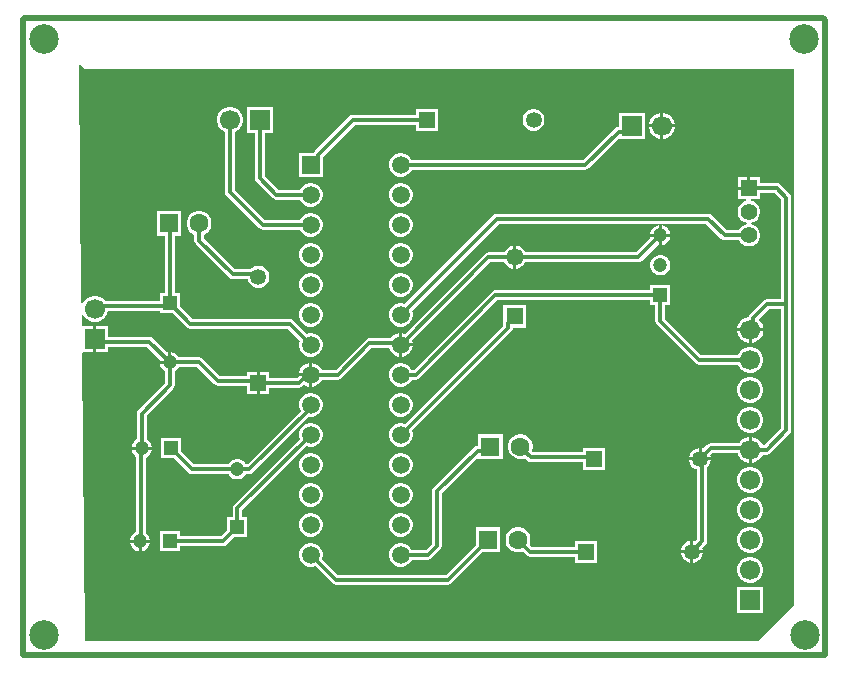
<source format=gtl>
G04*
G04 #@! TF.GenerationSoftware,Altium Limited,Altium Designer,22.9.1 (49)*
G04*
G04 Layer_Physical_Order=1*
G04 Layer_Color=255*
%FSLAX44Y44*%
%MOMM*%
G71*
G04*
G04 #@! TF.SameCoordinates,8BA292B5-A8A8-46AB-8795-62B0E452CD41*
G04*
G04*
G04 #@! TF.FilePolarity,Positive*
G04*
G01*
G75*
%ADD15C,1.7000*%
%ADD16R,1.7000X1.7000*%
%ADD24C,1.3900*%
%ADD25R,1.3900X1.3900*%
%ADD28C,1.2000*%
%ADD29R,1.2000X1.2000*%
%ADD31R,1.2000X1.2000*%
%ADD32C,1.4500*%
%ADD33R,1.4500X1.4500*%
%ADD37C,0.5000*%
%ADD38C,0.3200*%
%ADD39C,0.3000*%
%ADD40R,1.6000X1.6000*%
%ADD41C,1.6000*%
%ADD42R,1.3500X1.3500*%
%ADD43C,1.3500*%
%ADD44R,1.7000X1.7000*%
%ADD45C,1.5000*%
%ADD46R,1.5000X1.5000*%
%ADD47R,1.3500X1.3500*%
%ADD48C,2.5000*%
G36*
X55000Y500000D02*
X655000D01*
Y45000D01*
X625000Y15000D01*
X55000D01*
X52507Y259277D01*
X53401Y260180D01*
X62190D01*
Y271220D01*
Y282260D01*
X52420D01*
Y282260D01*
X52273Y282259D01*
X52177Y291622D01*
X53444Y291968D01*
X54658Y289866D01*
X56706Y287818D01*
X59214Y286370D01*
X62012Y285620D01*
X64908D01*
X67706Y286370D01*
X70214Y287818D01*
X72262Y289866D01*
X73710Y292374D01*
X74408Y294980D01*
X118460D01*
Y292800D01*
X129548D01*
X141384Y280964D01*
X142740Y280058D01*
X144340Y279740D01*
X226828D01*
X236926Y269642D01*
X236340Y267456D01*
Y264823D01*
X237022Y262280D01*
X238338Y260000D01*
X240200Y258138D01*
X242480Y256821D01*
X245023Y256140D01*
X247656D01*
X250200Y256821D01*
X252480Y258138D01*
X254342Y260000D01*
X255658Y262280D01*
X256340Y264823D01*
Y267456D01*
X255658Y270000D01*
X254342Y272280D01*
X252480Y274142D01*
X250200Y275459D01*
X247656Y276140D01*
X245023D01*
X242838Y275554D01*
X231516Y286876D01*
X230160Y287782D01*
X228560Y288100D01*
X146072D01*
X135460Y298712D01*
Y309800D01*
X131140D01*
Y358500D01*
X136800D01*
Y379500D01*
X115800D01*
Y358500D01*
X122780D01*
Y309800D01*
X118460D01*
Y303340D01*
X72282D01*
X72262Y303374D01*
X70214Y305422D01*
X67706Y306870D01*
X64908Y307620D01*
X62012D01*
X59214Y306870D01*
X56706Y305422D01*
X54658Y303374D01*
X53351Y301110D01*
X52268Y301243D01*
X52078Y301319D01*
X50017Y503320D01*
X51188Y503812D01*
X55000Y500000D01*
D02*
G37*
%LPC*%
G36*
X354100Y465890D02*
X335600D01*
Y460718D01*
X281900D01*
X281900Y460718D01*
X280339Y460408D01*
X279016Y459524D01*
X249456Y429964D01*
X248572Y428641D01*
X248552Y428540D01*
X236340D01*
Y408540D01*
X256340D01*
Y424146D01*
X256418Y424540D01*
X256418Y424540D01*
Y425391D01*
X283589Y452562D01*
X335600D01*
Y447390D01*
X354100D01*
Y465890D01*
D02*
G37*
G36*
X544973Y462600D02*
X544790D01*
Y452830D01*
X554560D01*
Y453013D01*
X553808Y455821D01*
X552354Y458339D01*
X550299Y460394D01*
X547781Y461848D01*
X544973Y462600D01*
D02*
G37*
G36*
X542250D02*
X542067D01*
X539259Y461848D01*
X536741Y460394D01*
X534686Y458339D01*
X533232Y455821D01*
X532480Y453013D01*
Y452830D01*
X542250D01*
Y462600D01*
D02*
G37*
G36*
X436068Y465890D02*
X433632D01*
X431280Y465260D01*
X429170Y464042D01*
X427448Y462320D01*
X426231Y460210D01*
X425600Y457858D01*
Y455422D01*
X426231Y453070D01*
X427448Y450960D01*
X429170Y449238D01*
X431280Y448020D01*
X433632Y447390D01*
X436068D01*
X438420Y448020D01*
X440530Y449238D01*
X442252Y450960D01*
X443470Y453070D01*
X444100Y455422D01*
Y457858D01*
X443470Y460210D01*
X442252Y462320D01*
X440530Y464042D01*
X438420Y465260D01*
X436068Y465890D01*
D02*
G37*
G36*
X554560Y450290D02*
X544790D01*
Y440520D01*
X544973D01*
X547781Y441272D01*
X550299Y442726D01*
X552354Y444781D01*
X553808Y447299D01*
X554560Y450107D01*
Y450290D01*
D02*
G37*
G36*
X542250D02*
X532480D01*
Y450107D01*
X533232Y447299D01*
X534686Y444781D01*
X536741Y442726D01*
X539259Y441272D01*
X542067Y440520D01*
X542250D01*
Y450290D01*
D02*
G37*
G36*
X529120Y462560D02*
X507120D01*
Y451990D01*
X506877Y450746D01*
X505317Y450435D01*
X503993Y449551D01*
X503993Y449551D01*
X477061Y422618D01*
X331732D01*
X330542Y424680D01*
X328680Y426542D01*
X326400Y427859D01*
X323857Y428540D01*
X321223D01*
X318680Y427859D01*
X316400Y426542D01*
X314538Y424680D01*
X313221Y422400D01*
X312540Y419856D01*
Y417224D01*
X313221Y414680D01*
X314538Y412400D01*
X316400Y410538D01*
X318680Y409221D01*
X321223Y408540D01*
X323857D01*
X326400Y409221D01*
X328680Y410538D01*
X330542Y412400D01*
X331732Y414462D01*
X478750D01*
X478750Y414462D01*
X480311Y414772D01*
X481634Y415656D01*
X506039Y440062D01*
X507120Y440560D01*
Y440560D01*
X507120Y440560D01*
X529120D01*
Y462560D01*
D02*
G37*
G36*
X615910Y408340D02*
X607690D01*
Y400120D01*
X615910D01*
Y408340D01*
D02*
G37*
G36*
X323857Y403140D02*
X321223D01*
X318680Y402458D01*
X316400Y401142D01*
X314538Y399280D01*
X313221Y397000D01*
X312540Y394456D01*
Y391824D01*
X313221Y389280D01*
X314538Y387000D01*
X316400Y385138D01*
X318680Y383821D01*
X321223Y383140D01*
X323857D01*
X326400Y383821D01*
X328680Y385138D01*
X330542Y387000D01*
X331858Y389280D01*
X332540Y391824D01*
Y394456D01*
X331858Y397000D01*
X330542Y399280D01*
X328680Y401142D01*
X326400Y402458D01*
X323857Y403140D01*
D02*
G37*
G36*
X214160Y467640D02*
X192160D01*
Y445640D01*
X199082D01*
Y407110D01*
X199082Y407110D01*
X199392Y405549D01*
X200276Y404226D01*
X214246Y390256D01*
X214246Y390256D01*
X215569Y389372D01*
X217130Y389062D01*
X237148D01*
X238338Y387000D01*
X240200Y385138D01*
X242480Y383821D01*
X245023Y383140D01*
X247656D01*
X250200Y383821D01*
X252480Y385138D01*
X254342Y387000D01*
X255658Y389280D01*
X256340Y391824D01*
Y394456D01*
X255658Y397000D01*
X254342Y399280D01*
X252480Y401142D01*
X250200Y402458D01*
X247656Y403140D01*
X245023D01*
X242480Y402458D01*
X240200Y401142D01*
X238338Y399280D01*
X237148Y397218D01*
X218819D01*
X207238Y408799D01*
Y445640D01*
X214160D01*
Y467640D01*
D02*
G37*
G36*
X543570Y367351D02*
Y360120D01*
X550801D01*
X550258Y362146D01*
X549133Y364094D01*
X547543Y365684D01*
X545596Y366808D01*
X543570Y367351D01*
D02*
G37*
G36*
X541030D02*
X539003Y366808D01*
X537056Y365684D01*
X535466Y364094D01*
X534342Y362146D01*
X533799Y360120D01*
X541030D01*
Y367351D01*
D02*
G37*
G36*
X323857Y377740D02*
X321223D01*
X318680Y377058D01*
X316400Y375742D01*
X314538Y373880D01*
X313221Y371600D01*
X312540Y369057D01*
Y366423D01*
X313221Y363880D01*
X314538Y361600D01*
X316400Y359738D01*
X318680Y358422D01*
X321223Y357740D01*
X323857D01*
X326400Y358422D01*
X328680Y359738D01*
X330542Y361600D01*
X331858Y363880D01*
X332540Y366423D01*
Y369057D01*
X331858Y371600D01*
X330542Y373880D01*
X328680Y375742D01*
X326400Y377058D01*
X323857Y377740D01*
D02*
G37*
G36*
X179208Y467640D02*
X176312D01*
X173514Y466890D01*
X171006Y465442D01*
X168958Y463394D01*
X167510Y460886D01*
X166760Y458088D01*
Y455192D01*
X167510Y452394D01*
X168958Y449886D01*
X171006Y447838D01*
X173514Y446390D01*
X173682Y446345D01*
Y395680D01*
X173682Y395680D01*
X173992Y394119D01*
X174876Y392796D01*
X202816Y364856D01*
X204139Y363972D01*
X205700Y363662D01*
X205700Y363662D01*
X237148D01*
X238338Y361600D01*
X240200Y359738D01*
X242480Y358422D01*
X245023Y357740D01*
X247656D01*
X250200Y358422D01*
X252480Y359738D01*
X254342Y361600D01*
X255658Y363880D01*
X256340Y366423D01*
Y369057D01*
X255658Y371600D01*
X254342Y373880D01*
X252480Y375742D01*
X250200Y377058D01*
X247656Y377740D01*
X245023D01*
X242480Y377058D01*
X240200Y375742D01*
X238338Y373880D01*
X237148Y371818D01*
X207389D01*
X181838Y397369D01*
Y446345D01*
X182006Y446390D01*
X184514Y447838D01*
X186562Y449886D01*
X188010Y452394D01*
X188760Y455192D01*
Y458088D01*
X188010Y460886D01*
X186562Y463394D01*
X184514Y465442D01*
X182006Y466890D01*
X179208Y467640D01*
D02*
G37*
G36*
X550801Y357580D02*
X543570D01*
Y350349D01*
X545596Y350892D01*
X547543Y352016D01*
X549133Y353606D01*
X550258Y355554D01*
X550801Y357580D01*
D02*
G37*
G36*
X541030D02*
X533799D01*
X534078Y356540D01*
X521988Y344450D01*
X427951D01*
X426894Y346281D01*
X425071Y348104D01*
X422839Y349393D01*
X420349Y350060D01*
X420330D01*
Y340270D01*
Y330480D01*
X420349D01*
X422839Y331147D01*
X425071Y332436D01*
X426894Y334259D01*
X427951Y336090D01*
X523720D01*
X525319Y336408D01*
X526676Y337314D01*
X539989Y350628D01*
X541030Y350349D01*
Y357580D01*
D02*
G37*
G36*
X323857Y352340D02*
X321223D01*
X318680Y351659D01*
X316400Y350342D01*
X314538Y348480D01*
X313221Y346200D01*
X312540Y343657D01*
Y341023D01*
X313221Y338480D01*
X314538Y336200D01*
X316400Y334338D01*
X318680Y333022D01*
X321223Y332340D01*
X323857D01*
X326400Y333022D01*
X328680Y334338D01*
X330542Y336200D01*
X331858Y338480D01*
X332540Y341023D01*
Y343657D01*
X331858Y346200D01*
X330542Y348480D01*
X328680Y350342D01*
X326400Y351659D01*
X323857Y352340D01*
D02*
G37*
G36*
X247656D02*
X245023D01*
X242480Y351659D01*
X240200Y350342D01*
X238338Y348480D01*
X237022Y346200D01*
X236340Y343657D01*
Y341023D01*
X237022Y338480D01*
X238338Y336200D01*
X240200Y334338D01*
X242480Y333022D01*
X245023Y332340D01*
X247656D01*
X250200Y333022D01*
X252480Y334338D01*
X254342Y336200D01*
X255658Y338480D01*
X256340Y341023D01*
Y343657D01*
X255658Y346200D01*
X254342Y348480D01*
X252480Y350342D01*
X250200Y351659D01*
X247656Y352340D01*
D02*
G37*
G36*
X417790Y350060D02*
X417771D01*
X415281Y349393D01*
X413049Y348104D01*
X411226Y346281D01*
X410169Y344450D01*
X396670D01*
X395070Y344132D01*
X393714Y343226D01*
X326075Y275587D01*
X323862Y276180D01*
X323810D01*
Y267410D01*
X332580D01*
Y267462D01*
X331987Y269675D01*
X398401Y336090D01*
X410169D01*
X411226Y334259D01*
X413049Y332436D01*
X415281Y331147D01*
X417771Y330480D01*
X417790D01*
Y340270D01*
Y350060D01*
D02*
G37*
G36*
X543419Y341950D02*
X541181D01*
X539019Y341371D01*
X537081Y340252D01*
X535498Y338669D01*
X534379Y336731D01*
X533800Y334569D01*
Y332331D01*
X534379Y330169D01*
X535498Y328231D01*
X537081Y326648D01*
X539019Y325529D01*
X541181Y324950D01*
X543419D01*
X545581Y325529D01*
X547519Y326648D01*
X549101Y328231D01*
X550220Y330169D01*
X550800Y332331D01*
Y334569D01*
X550220Y336731D01*
X549101Y338669D01*
X547519Y340252D01*
X545581Y341371D01*
X543419Y341950D01*
D02*
G37*
G36*
X153082Y379500D02*
X150318D01*
X147647Y378784D01*
X145253Y377402D01*
X143298Y375447D01*
X141916Y373053D01*
X141200Y370382D01*
Y367618D01*
X141916Y364947D01*
X143298Y362553D01*
X145253Y360598D01*
X147622Y359230D01*
Y354300D01*
X147622Y354300D01*
X147932Y352739D01*
X148816Y351416D01*
X177267Y322966D01*
X177267Y322965D01*
X178590Y322081D01*
X180151Y321771D01*
X192868D01*
X193270Y320270D01*
X194488Y318161D01*
X196210Y316438D01*
X198320Y315221D01*
X200672Y314590D01*
X203108D01*
X205460Y315221D01*
X207570Y316438D01*
X209292Y318161D01*
X210510Y320270D01*
X211140Y322622D01*
Y325058D01*
X210510Y327411D01*
X209292Y329520D01*
X207570Y331242D01*
X205460Y332460D01*
X203108Y333090D01*
X200672D01*
X198320Y332460D01*
X196210Y331242D01*
X194896Y329928D01*
X181840D01*
X155778Y355989D01*
Y359230D01*
X158147Y360598D01*
X160102Y362553D01*
X161484Y364947D01*
X162200Y367618D01*
Y370382D01*
X161484Y373053D01*
X160102Y375447D01*
X158147Y377402D01*
X155753Y378784D01*
X153082Y379500D01*
D02*
G37*
G36*
X323857Y326940D02*
X321223D01*
X318680Y326259D01*
X316400Y324942D01*
X314538Y323080D01*
X313221Y320800D01*
X312540Y318256D01*
Y315623D01*
X313221Y313080D01*
X314538Y310800D01*
X316400Y308938D01*
X318680Y307621D01*
X321223Y306940D01*
X323857D01*
X326400Y307621D01*
X328680Y308938D01*
X330542Y310800D01*
X331858Y313080D01*
X332540Y315623D01*
Y318256D01*
X331858Y320800D01*
X330542Y323080D01*
X328680Y324942D01*
X326400Y326259D01*
X323857Y326940D01*
D02*
G37*
G36*
X247656D02*
X245023D01*
X242480Y326259D01*
X240200Y324942D01*
X238338Y323080D01*
X237022Y320800D01*
X236340Y318256D01*
Y315623D01*
X237022Y313080D01*
X238338Y310800D01*
X240200Y308938D01*
X242480Y307621D01*
X245023Y306940D01*
X247656D01*
X250200Y307621D01*
X252480Y308938D01*
X254342Y310800D01*
X255658Y313080D01*
X256340Y315623D01*
Y318256D01*
X255658Y320800D01*
X254342Y323080D01*
X252480Y324942D01*
X250200Y326259D01*
X247656Y326940D01*
D02*
G37*
G36*
Y301540D02*
X245023D01*
X242480Y300858D01*
X240200Y299542D01*
X238338Y297680D01*
X237022Y295400D01*
X236340Y292857D01*
Y290224D01*
X237022Y287680D01*
X238338Y285400D01*
X240200Y283538D01*
X242480Y282222D01*
X245023Y281540D01*
X247656D01*
X250200Y282222D01*
X252480Y283538D01*
X254342Y285400D01*
X255658Y287680D01*
X256340Y290224D01*
Y292857D01*
X255658Y295400D01*
X254342Y297680D01*
X252480Y299542D01*
X250200Y300858D01*
X247656Y301540D01*
D02*
G37*
G36*
X629490Y277570D02*
X619720D01*
Y267800D01*
X619903D01*
X622711Y268552D01*
X625229Y270006D01*
X627284Y272061D01*
X628738Y274579D01*
X629490Y277387D01*
Y277570D01*
D02*
G37*
G36*
X617180D02*
X607410D01*
Y277387D01*
X608162Y274579D01*
X609616Y272061D01*
X611671Y270006D01*
X614189Y268552D01*
X616997Y267800D01*
X617180D01*
Y277570D01*
D02*
G37*
G36*
X332580Y264870D02*
X323810D01*
Y256100D01*
X323862D01*
X326415Y256784D01*
X328705Y258106D01*
X330574Y259975D01*
X331896Y262265D01*
X332580Y264818D01*
Y264870D01*
D02*
G37*
G36*
X321270Y276180D02*
X321218D01*
X318665Y275496D01*
X316375Y274174D01*
X314506Y272305D01*
X314093Y271590D01*
X295870D01*
X294270Y271272D01*
X292914Y270366D01*
X267468Y244920D01*
X255520D01*
X254374Y246905D01*
X252505Y248774D01*
X250215Y250096D01*
X247662Y250780D01*
X247610D01*
Y240740D01*
Y230700D01*
X247662D01*
X250215Y231384D01*
X252505Y232706D01*
X254374Y234575D01*
X255520Y236560D01*
X269200D01*
X270800Y236878D01*
X272156Y237784D01*
X297602Y263230D01*
X312926D01*
X313184Y262265D01*
X314506Y259975D01*
X316375Y258106D01*
X318665Y256784D01*
X321218Y256100D01*
X321270D01*
Y266140D01*
Y276180D01*
D02*
G37*
G36*
X74500Y282260D02*
X64730D01*
Y271220D01*
Y260180D01*
X74500D01*
Y264500D01*
X107848D01*
X118738Y253610D01*
X118459Y252570D01*
X125690D01*
Y259801D01*
X124650Y259522D01*
X112536Y271636D01*
X111180Y272542D01*
X109580Y272860D01*
X74500D01*
Y282260D01*
D02*
G37*
G36*
X550800Y316550D02*
X533800D01*
Y312230D01*
X402550D01*
X400950Y311912D01*
X399594Y311006D01*
X333508Y244920D01*
X331674D01*
X330542Y246880D01*
X328680Y248742D01*
X326400Y250058D01*
X323857Y250740D01*
X321223D01*
X318680Y250058D01*
X316400Y248742D01*
X314538Y246880D01*
X313221Y244600D01*
X312540Y242057D01*
Y239424D01*
X313221Y236880D01*
X314538Y234600D01*
X316400Y232738D01*
X318680Y231422D01*
X321223Y230740D01*
X323857D01*
X326400Y231422D01*
X328680Y232738D01*
X330542Y234600D01*
X331674Y236560D01*
X335240D01*
X336840Y236878D01*
X338196Y237784D01*
X404282Y303870D01*
X533800D01*
Y299550D01*
X538120D01*
Y286410D01*
X538438Y284811D01*
X539344Y283454D01*
X572314Y250484D01*
X573670Y249578D01*
X575270Y249260D01*
X608182D01*
X608200Y249194D01*
X609648Y246686D01*
X611696Y244638D01*
X614204Y243190D01*
X617002Y242440D01*
X619898D01*
X622696Y243190D01*
X625204Y244638D01*
X627252Y246686D01*
X628700Y249194D01*
X629450Y251992D01*
Y254888D01*
X628700Y257686D01*
X627252Y260194D01*
X625204Y262242D01*
X622696Y263690D01*
X619898Y264440D01*
X617002D01*
X614204Y263690D01*
X611696Y262242D01*
X609648Y260194D01*
X608200Y257686D01*
X608182Y257620D01*
X577001D01*
X546480Y288142D01*
Y299550D01*
X550800D01*
Y316550D01*
D02*
G37*
G36*
X245070Y250780D02*
X245018D01*
X242465Y250096D01*
X240175Y248774D01*
X238306Y246905D01*
X236984Y244615D01*
X236300Y242062D01*
Y242010D01*
X245070D01*
Y250780D01*
D02*
G37*
G36*
X211180Y243130D02*
X203160D01*
Y233840D01*
Y224550D01*
X211180D01*
Y229660D01*
X236247D01*
X237847Y229978D01*
X239203Y230884D01*
X240714Y232395D01*
X242465Y231384D01*
X245018Y230700D01*
X245070D01*
Y239470D01*
X235965D01*
X234515Y238020D01*
X211180D01*
Y243130D01*
D02*
G37*
G36*
X128230Y259801D02*
Y251300D01*
X126960D01*
Y250030D01*
X118459D01*
X119002Y248004D01*
X120126Y246056D01*
X121716Y244466D01*
X122780Y243852D01*
Y233582D01*
X100074Y210876D01*
X99168Y209520D01*
X98850Y207920D01*
Y185958D01*
X97787Y185344D01*
X96196Y183754D01*
X95072Y181806D01*
X94529Y179780D01*
X103030D01*
X111531D01*
X110988Y181806D01*
X109864Y183754D01*
X108274Y185344D01*
X107211Y185958D01*
Y206189D01*
X129916Y228894D01*
X130822Y230250D01*
X131140Y231850D01*
Y243852D01*
X132204Y244466D01*
X133794Y246056D01*
X134408Y247120D01*
X150229D01*
X164644Y232704D01*
X166000Y231798D01*
X167600Y231480D01*
X192600D01*
Y224550D01*
X200620D01*
Y233840D01*
Y243130D01*
X192600D01*
Y239840D01*
X169331D01*
X154916Y254256D01*
X153560Y255162D01*
X151960Y255480D01*
X134408D01*
X133794Y256544D01*
X132204Y258134D01*
X130256Y259258D01*
X128230Y259801D01*
D02*
G37*
G36*
X619898Y239040D02*
X617002D01*
X614204Y238290D01*
X611696Y236842D01*
X609648Y234794D01*
X608200Y232286D01*
X607450Y229488D01*
Y226592D01*
X608200Y223794D01*
X609648Y221286D01*
X611696Y219238D01*
X614204Y217790D01*
X617002Y217040D01*
X619898D01*
X622696Y217790D01*
X625204Y219238D01*
X627252Y221286D01*
X628700Y223794D01*
X629450Y226592D01*
Y229488D01*
X628700Y232286D01*
X627252Y234794D01*
X625204Y236842D01*
X622696Y238290D01*
X619898Y239040D01*
D02*
G37*
G36*
X323857Y225340D02*
X321223D01*
X318680Y224659D01*
X316400Y223342D01*
X314538Y221480D01*
X313221Y219200D01*
X312540Y216656D01*
Y214023D01*
X313221Y211480D01*
X314538Y209200D01*
X316400Y207338D01*
X318680Y206021D01*
X321223Y205340D01*
X323857D01*
X326400Y206021D01*
X328680Y207338D01*
X330542Y209200D01*
X331858Y211480D01*
X332540Y214023D01*
Y216656D01*
X331858Y219200D01*
X330542Y221480D01*
X328680Y223342D01*
X326400Y224659D01*
X323857Y225340D01*
D02*
G37*
G36*
X247656D02*
X245023D01*
X242480Y224659D01*
X240200Y223342D01*
X238338Y221480D01*
X237022Y219200D01*
X236340Y216656D01*
Y214023D01*
X237022Y211480D01*
X237838Y210066D01*
X192734Y164961D01*
X191419Y165070D01*
X190912Y165949D01*
X189329Y167532D01*
X187391Y168651D01*
X185229Y169230D01*
X182991D01*
X180829Y168651D01*
X178891Y167532D01*
X177308Y165949D01*
X176650Y164808D01*
X147499D01*
X136530Y175778D01*
Y187010D01*
X119530D01*
Y170010D01*
X130762D01*
X142926Y157846D01*
X142926Y157846D01*
X144249Y156962D01*
X145810Y156652D01*
X176650D01*
X177308Y155511D01*
X178891Y153928D01*
X180829Y152809D01*
X182991Y152230D01*
X185229D01*
X187391Y152809D01*
X189329Y153928D01*
X190912Y155511D01*
X191570Y156652D01*
X194270D01*
X194270Y156652D01*
X195831Y156962D01*
X197154Y157846D01*
X244727Y205420D01*
X245023Y205340D01*
X247656D01*
X250200Y206021D01*
X252480Y207338D01*
X254342Y209200D01*
X255658Y211480D01*
X256340Y214023D01*
Y216656D01*
X255658Y219200D01*
X254342Y221480D01*
X252480Y223342D01*
X250200Y224659D01*
X247656Y225340D01*
D02*
G37*
G36*
X428810Y300020D02*
X409310D01*
Y284914D01*
X409232Y284520D01*
X409232Y284520D01*
Y282399D01*
X326156Y199324D01*
X323857Y199940D01*
X321223D01*
X318680Y199258D01*
X316400Y197942D01*
X314538Y196080D01*
X313221Y193800D01*
X312540Y191257D01*
Y188624D01*
X313221Y186080D01*
X314538Y183800D01*
X316400Y181938D01*
X318680Y180621D01*
X321223Y179940D01*
X323857D01*
X326400Y180621D01*
X328680Y181938D01*
X330542Y183800D01*
X331858Y186080D01*
X332540Y188624D01*
Y191257D01*
X331924Y193556D01*
X416194Y277826D01*
X416194Y277826D01*
X417078Y279149D01*
X417351Y280520D01*
X428810D01*
Y300020D01*
D02*
G37*
G36*
X619898Y213640D02*
X617002D01*
X614204Y212890D01*
X611696Y211442D01*
X609648Y209394D01*
X608200Y206886D01*
X607450Y204088D01*
Y201192D01*
X608200Y198394D01*
X609648Y195886D01*
X611696Y193838D01*
X614204Y192390D01*
X617002Y191640D01*
X619898D01*
X622696Y192390D01*
X625204Y193838D01*
X627252Y195886D01*
X628700Y198394D01*
X629450Y201192D01*
Y204088D01*
X628700Y206886D01*
X627252Y209394D01*
X625204Y211442D01*
X622696Y212890D01*
X619898Y213640D01*
D02*
G37*
G36*
X626670Y408340D02*
X618450D01*
Y398850D01*
X617180D01*
Y397580D01*
X607690D01*
Y389360D01*
X614985D01*
X615152Y388090D01*
X613532Y387656D01*
X611378Y386412D01*
X609618Y384652D01*
X608374Y382497D01*
X607730Y380094D01*
Y377606D01*
X608374Y375202D01*
X609618Y373047D01*
X611378Y371288D01*
X613532Y370044D01*
X615535Y369507D01*
Y368193D01*
X613532Y367656D01*
X611378Y366412D01*
X609618Y364652D01*
X608623Y362928D01*
X598549D01*
X585774Y375704D01*
X584451Y376588D01*
X582890Y376898D01*
X582890Y376898D01*
X403820D01*
X402259Y376588D01*
X400936Y375704D01*
X400936Y375704D01*
X326156Y300924D01*
X323857Y301540D01*
X321223D01*
X318680Y300858D01*
X316400Y299542D01*
X314538Y297680D01*
X313221Y295400D01*
X312540Y292857D01*
Y290224D01*
X313221Y287680D01*
X314538Y285400D01*
X316400Y283538D01*
X318680Y282222D01*
X321223Y281540D01*
X323857D01*
X326400Y282222D01*
X328680Y283538D01*
X330542Y285400D01*
X331858Y287680D01*
X332540Y290224D01*
Y292857D01*
X331924Y295156D01*
X405509Y368742D01*
X581201D01*
X593976Y355966D01*
X593976Y355966D01*
X595299Y355082D01*
X596860Y354772D01*
X608623D01*
X609618Y353048D01*
X611378Y351288D01*
X613532Y350044D01*
X615936Y349400D01*
X618424D01*
X620828Y350044D01*
X622982Y351288D01*
X624742Y353048D01*
X625986Y355202D01*
X626630Y357606D01*
Y360094D01*
X625986Y362498D01*
X624742Y364652D01*
X622982Y366412D01*
X620828Y367656D01*
X618825Y368193D01*
Y369507D01*
X620828Y370044D01*
X622982Y371288D01*
X624742Y373047D01*
X625986Y375202D01*
X626630Y377606D01*
Y380094D01*
X625986Y382497D01*
X624742Y384652D01*
X622982Y386412D01*
X620828Y387656D01*
X619208Y388090D01*
X619375Y389360D01*
X626670D01*
Y394670D01*
X638949D01*
X644750Y388868D01*
Y304610D01*
X632420D01*
X630820Y304292D01*
X629464Y303386D01*
X617889Y291810D01*
X616982Y290454D01*
X616861Y289844D01*
X614189Y289128D01*
X611671Y287674D01*
X609616Y285619D01*
X608162Y283101D01*
X607410Y280293D01*
Y280110D01*
X618450D01*
X629490D01*
Y280293D01*
X628738Y283101D01*
X627284Y285619D01*
X625402Y287500D01*
X634151Y296250D01*
X644750D01*
Y195481D01*
X630689Y181420D01*
X628759D01*
X628738Y181501D01*
X627284Y184019D01*
X625229Y186074D01*
X622711Y187528D01*
X619903Y188280D01*
X619720D01*
Y177240D01*
Y166200D01*
X619903D01*
X622711Y166952D01*
X625229Y168406D01*
X627284Y170461D01*
X628738Y172979D01*
X628759Y173060D01*
X632420D01*
X634020Y173378D01*
X635376Y174284D01*
X651886Y190794D01*
X652792Y192150D01*
X653110Y193750D01*
Y300430D01*
Y390600D01*
X652792Y392200D01*
X651886Y393556D01*
X643636Y401806D01*
X642280Y402712D01*
X640680Y403030D01*
X626670D01*
Y408340D01*
D02*
G37*
G36*
X247656Y199940D02*
X245023D01*
X242480Y199258D01*
X240200Y197942D01*
X238338Y196080D01*
X237022Y193800D01*
X236340Y191257D01*
Y188624D01*
X236956Y186324D01*
X181226Y130594D01*
X180342Y129271D01*
X180032Y127710D01*
X180032Y127710D01*
Y120430D01*
X175610D01*
Y109198D01*
X170261Y103848D01*
X135260D01*
Y108270D01*
X118260D01*
Y91270D01*
X135260D01*
Y95692D01*
X171950D01*
X171950Y95692D01*
X173511Y96002D01*
X174834Y96886D01*
X181378Y103430D01*
X192610D01*
Y120430D01*
X188188D01*
Y126021D01*
X242724Y180556D01*
X245023Y179940D01*
X247656D01*
X250200Y180621D01*
X252480Y181938D01*
X254342Y183800D01*
X255658Y186080D01*
X256340Y188624D01*
Y191257D01*
X255658Y193800D01*
X254342Y196080D01*
X252480Y197942D01*
X250200Y199258D01*
X247656Y199940D01*
D02*
G37*
G36*
X617180Y188280D02*
X616997D01*
X614189Y187528D01*
X611671Y186074D01*
X609616Y184019D01*
X608849Y182690D01*
X584710D01*
X583110Y182372D01*
X581754Y181466D01*
X578743Y178455D01*
X577090Y178897D01*
Y170890D01*
X585098D01*
X584655Y172543D01*
X586442Y174330D01*
X607800D01*
X608162Y172979D01*
X609616Y170461D01*
X611671Y168406D01*
X614189Y166952D01*
X616997Y166200D01*
X617180D01*
Y177240D01*
Y188280D01*
D02*
G37*
G36*
X574550Y178897D02*
X572234Y178277D01*
X570116Y177054D01*
X568386Y175324D01*
X567163Y173206D01*
X566543Y170890D01*
X574550D01*
Y178897D01*
D02*
G37*
G36*
X408800Y190500D02*
X387800D01*
Y180636D01*
X387557D01*
X385997Y180325D01*
X384674Y179441D01*
X384674Y179441D01*
X350116Y144884D01*
X349232Y143561D01*
X348922Y142000D01*
X348922Y142000D01*
Y97689D01*
X343651Y92418D01*
X331732D01*
X330542Y94480D01*
X328680Y96342D01*
X326400Y97659D01*
X323857Y98340D01*
X321223D01*
X318680Y97659D01*
X316400Y96342D01*
X314538Y94480D01*
X313221Y92200D01*
X312540Y89656D01*
Y87023D01*
X313221Y84480D01*
X314538Y82200D01*
X316400Y80338D01*
X318680Y79022D01*
X321223Y78340D01*
X323857D01*
X326400Y79022D01*
X328680Y80338D01*
X330542Y82200D01*
X331732Y84262D01*
X345340D01*
X345340Y84262D01*
X346901Y84572D01*
X348224Y85456D01*
X355884Y93116D01*
X355884Y93116D01*
X356768Y94439D01*
X357078Y96000D01*
Y140311D01*
X386716Y169949D01*
X387800Y169500D01*
Y169500D01*
X408800D01*
Y190500D01*
D02*
G37*
G36*
X425082D02*
X422318D01*
X419647Y189784D01*
X417253Y188402D01*
X415298Y186447D01*
X413916Y184053D01*
X413200Y181382D01*
Y178618D01*
X413916Y175947D01*
X415298Y173553D01*
X417253Y171598D01*
X419647Y170216D01*
X422318Y169500D01*
X425082D01*
X427724Y170208D01*
X429816Y168116D01*
X429816Y168116D01*
X431139Y167232D01*
X432700Y166922D01*
X432700Y166922D01*
X476570D01*
Y160370D01*
X495070D01*
Y178870D01*
X476570D01*
Y175078D01*
X434389D01*
X433492Y175976D01*
X434200Y178618D01*
Y181382D01*
X433484Y184053D01*
X432102Y186447D01*
X430147Y188402D01*
X427753Y189784D01*
X425082Y190500D01*
D02*
G37*
G36*
X323857Y174540D02*
X321223D01*
X318680Y173859D01*
X316400Y172542D01*
X314538Y170680D01*
X313221Y168400D01*
X312540Y165856D01*
Y163223D01*
X313221Y160680D01*
X314538Y158400D01*
X316400Y156538D01*
X318680Y155222D01*
X321223Y154540D01*
X323857D01*
X326400Y155222D01*
X328680Y156538D01*
X330542Y158400D01*
X331858Y160680D01*
X332540Y163223D01*
Y165856D01*
X331858Y168400D01*
X330542Y170680D01*
X328680Y172542D01*
X326400Y173859D01*
X323857Y174540D01*
D02*
G37*
G36*
X247656D02*
X245023D01*
X242480Y173859D01*
X240200Y172542D01*
X238338Y170680D01*
X237022Y168400D01*
X236340Y165856D01*
Y163223D01*
X237022Y160680D01*
X238338Y158400D01*
X240200Y156538D01*
X242480Y155222D01*
X245023Y154540D01*
X247656D01*
X250200Y155222D01*
X252480Y156538D01*
X254342Y158400D01*
X255658Y160680D01*
X256340Y163223D01*
Y165856D01*
X255658Y168400D01*
X254342Y170680D01*
X252480Y172542D01*
X250200Y173859D01*
X247656Y174540D01*
D02*
G37*
G36*
X619898Y162840D02*
X617002D01*
X614204Y162090D01*
X611696Y160642D01*
X609648Y158594D01*
X608200Y156086D01*
X607450Y153288D01*
Y150392D01*
X608200Y147594D01*
X609648Y145086D01*
X611696Y143038D01*
X614204Y141590D01*
X617002Y140840D01*
X619898D01*
X622696Y141590D01*
X625204Y143038D01*
X627252Y145086D01*
X628700Y147594D01*
X629450Y150392D01*
Y153288D01*
X628700Y156086D01*
X627252Y158594D01*
X625204Y160642D01*
X622696Y162090D01*
X619898Y162840D01*
D02*
G37*
G36*
X323857Y149140D02*
X321223D01*
X318680Y148458D01*
X316400Y147142D01*
X314538Y145280D01*
X313221Y143000D01*
X312540Y140456D01*
Y137823D01*
X313221Y135280D01*
X314538Y133000D01*
X316400Y131138D01*
X318680Y129822D01*
X321223Y129140D01*
X323857D01*
X326400Y129822D01*
X328680Y131138D01*
X330542Y133000D01*
X331858Y135280D01*
X332540Y137823D01*
Y140456D01*
X331858Y143000D01*
X330542Y145280D01*
X328680Y147142D01*
X326400Y148458D01*
X323857Y149140D01*
D02*
G37*
G36*
X247656D02*
X245023D01*
X242480Y148458D01*
X240200Y147142D01*
X238338Y145280D01*
X237022Y143000D01*
X236340Y140456D01*
Y137823D01*
X237022Y135280D01*
X238338Y133000D01*
X240200Y131138D01*
X242480Y129822D01*
X245023Y129140D01*
X247656D01*
X250200Y129822D01*
X252480Y131138D01*
X254342Y133000D01*
X255658Y135280D01*
X256340Y137823D01*
Y140456D01*
X255658Y143000D01*
X254342Y145280D01*
X252480Y147142D01*
X250200Y148458D01*
X247656Y149140D01*
D02*
G37*
G36*
X619898Y137440D02*
X617002D01*
X614204Y136690D01*
X611696Y135242D01*
X609648Y133194D01*
X608200Y130686D01*
X607450Y127888D01*
Y124992D01*
X608200Y122194D01*
X609648Y119686D01*
X611696Y117638D01*
X614204Y116190D01*
X617002Y115440D01*
X619898D01*
X622696Y116190D01*
X625204Y117638D01*
X627252Y119686D01*
X628700Y122194D01*
X629450Y124992D01*
Y127888D01*
X628700Y130686D01*
X627252Y133194D01*
X625204Y135242D01*
X622696Y136690D01*
X619898Y137440D01*
D02*
G37*
G36*
X323857Y123740D02*
X321223D01*
X318680Y123059D01*
X316400Y121742D01*
X314538Y119880D01*
X313221Y117600D01*
X312540Y115056D01*
Y112423D01*
X313221Y109880D01*
X314538Y107600D01*
X316400Y105738D01*
X318680Y104422D01*
X321223Y103740D01*
X323857D01*
X326400Y104422D01*
X328680Y105738D01*
X330542Y107600D01*
X331858Y109880D01*
X332540Y112423D01*
Y115056D01*
X331858Y117600D01*
X330542Y119880D01*
X328680Y121742D01*
X326400Y123059D01*
X323857Y123740D01*
D02*
G37*
G36*
X247656D02*
X245023D01*
X242480Y123059D01*
X240200Y121742D01*
X238338Y119880D01*
X237022Y117600D01*
X236340Y115056D01*
Y112423D01*
X237022Y109880D01*
X238338Y107600D01*
X240200Y105738D01*
X242480Y104422D01*
X245023Y103740D01*
X247656D01*
X250200Y104422D01*
X252480Y105738D01*
X254342Y107600D01*
X255658Y109880D01*
X256340Y112423D01*
Y115056D01*
X255658Y117600D01*
X254342Y119880D01*
X252480Y121742D01*
X250200Y123059D01*
X247656Y123740D01*
D02*
G37*
G36*
X111531Y177240D02*
X103030D01*
X94529D01*
X95072Y175214D01*
X96196Y173266D01*
X97787Y171676D01*
X98215Y171429D01*
Y107584D01*
X96517Y106604D01*
X94927Y105014D01*
X93802Y103066D01*
X93259Y101040D01*
X101760D01*
X110261D01*
X109718Y103066D01*
X108594Y105014D01*
X107004Y106604D01*
X106575Y106851D01*
Y170696D01*
X108274Y171676D01*
X109864Y173266D01*
X110988Y175214D01*
X111531Y177240D01*
D02*
G37*
G36*
X585098Y168350D02*
X566543D01*
X567163Y166034D01*
X568386Y163916D01*
X570116Y162186D01*
X572234Y160963D01*
X573630Y160589D01*
Y101541D01*
X571923Y99835D01*
X570270Y100277D01*
Y92270D01*
X578278D01*
X577835Y93923D01*
X580766Y96854D01*
X581672Y98210D01*
X581990Y99810D01*
Y162652D01*
X583254Y163916D01*
X584477Y166034D01*
X585098Y168350D01*
D02*
G37*
G36*
X567730Y100277D02*
X565414Y99657D01*
X563296Y98434D01*
X561566Y96704D01*
X560343Y94586D01*
X559723Y92270D01*
X567730D01*
Y100277D01*
D02*
G37*
G36*
X110261Y98500D02*
X103030D01*
Y91269D01*
X105056Y91812D01*
X107004Y92936D01*
X108594Y94526D01*
X109718Y96474D01*
X110261Y98500D01*
D02*
G37*
G36*
X100490D02*
X93259D01*
X93802Y96474D01*
X94927Y94526D01*
X96517Y92936D01*
X98464Y91812D01*
X100490Y91269D01*
Y98500D01*
D02*
G37*
G36*
X619898Y112040D02*
X617002D01*
X614204Y111290D01*
X611696Y109842D01*
X609648Y107794D01*
X608200Y105286D01*
X607450Y102488D01*
Y99592D01*
X608200Y96794D01*
X609648Y94286D01*
X611696Y92238D01*
X614204Y90790D01*
X617002Y90040D01*
X619898D01*
X622696Y90790D01*
X625204Y92238D01*
X627252Y94286D01*
X628700Y96794D01*
X629450Y99592D01*
Y102488D01*
X628700Y105286D01*
X627252Y107794D01*
X625204Y109842D01*
X622696Y111290D01*
X619898Y112040D01*
D02*
G37*
G36*
X423082Y111500D02*
X420318D01*
X417647Y110784D01*
X415253Y109402D01*
X413298Y107447D01*
X411916Y105053D01*
X411200Y102382D01*
Y99618D01*
X411916Y96947D01*
X413298Y94553D01*
X415253Y92598D01*
X417647Y91216D01*
X420318Y90500D01*
X423082D01*
X425724Y91208D01*
X428926Y88007D01*
X428926Y88007D01*
X430249Y87123D01*
X431809Y86812D01*
X469750D01*
Y81750D01*
X488250D01*
Y100250D01*
X469750D01*
Y94969D01*
X433499D01*
X431492Y96976D01*
X432200Y99618D01*
Y102382D01*
X431484Y105053D01*
X430102Y107447D01*
X428147Y109402D01*
X425753Y110784D01*
X423082Y111500D01*
D02*
G37*
G36*
X578278Y89730D02*
X570270D01*
Y81723D01*
X572586Y82343D01*
X574704Y83566D01*
X576434Y85296D01*
X577657Y87414D01*
X578278Y89730D01*
D02*
G37*
G36*
X567730D02*
X559723D01*
X560343Y87414D01*
X561566Y85296D01*
X563296Y83566D01*
X565414Y82343D01*
X567730Y81723D01*
Y89730D01*
D02*
G37*
G36*
X406800Y111500D02*
X385800D01*
Y96268D01*
X360611Y71078D01*
X269369D01*
X255724Y84724D01*
X256340Y87023D01*
Y89656D01*
X255658Y92200D01*
X254342Y94480D01*
X252480Y96342D01*
X250200Y97659D01*
X247656Y98340D01*
X245023D01*
X242480Y97659D01*
X240200Y96342D01*
X238338Y94480D01*
X237022Y92200D01*
X236340Y89656D01*
Y87023D01*
X237022Y84480D01*
X238338Y82200D01*
X240200Y80338D01*
X242480Y79022D01*
X245023Y78340D01*
X247656D01*
X249956Y78956D01*
X264796Y64116D01*
X264796Y64116D01*
X266119Y63232D01*
X267680Y62922D01*
X267680Y62922D01*
X362300D01*
X362300Y62922D01*
X363861Y63232D01*
X365184Y64116D01*
X391568Y90500D01*
X406800D01*
Y111500D01*
D02*
G37*
G36*
X619898Y86640D02*
X617002D01*
X614204Y85890D01*
X611696Y84442D01*
X609648Y82394D01*
X608200Y79886D01*
X607450Y77088D01*
Y74192D01*
X608200Y71394D01*
X609648Y68886D01*
X611696Y66838D01*
X614204Y65390D01*
X617002Y64640D01*
X619898D01*
X622696Y65390D01*
X625204Y66838D01*
X627252Y68886D01*
X628700Y71394D01*
X629450Y74192D01*
Y77088D01*
X628700Y79886D01*
X627252Y82394D01*
X625204Y84442D01*
X622696Y85890D01*
X619898Y86640D01*
D02*
G37*
G36*
X629450Y61240D02*
X607450D01*
Y39240D01*
X629450D01*
Y61240D01*
D02*
G37*
%LPD*%
D15*
X618450Y278840D02*
D03*
Y253440D02*
D03*
Y228040D02*
D03*
Y202640D02*
D03*
Y177240D02*
D03*
Y151840D02*
D03*
Y126440D02*
D03*
Y101040D02*
D03*
Y75640D02*
D03*
X63460Y296620D02*
D03*
X177760Y456640D02*
D03*
X543520Y451560D02*
D03*
D16*
X618450Y50240D02*
D03*
X63460Y271220D02*
D03*
D24*
X617180Y358850D02*
D03*
Y378850D02*
D03*
D25*
Y398850D02*
D03*
D28*
X542300Y358850D02*
D03*
Y333450D02*
D03*
X101760Y99770D02*
D03*
X103030Y178510D02*
D03*
X126960Y251300D02*
D03*
X184110Y160730D02*
D03*
D29*
X542300Y308050D02*
D03*
X126760Y99770D02*
D03*
X128030Y178510D02*
D03*
D31*
X126960Y301300D02*
D03*
X184110Y111930D02*
D03*
D32*
X419060Y340270D02*
D03*
D33*
Y290270D02*
D03*
D37*
X3000Y3750D02*
Y541750D01*
X2750Y3500D02*
X3000Y3750D01*
X2750Y3500D02*
X681250D01*
X681500Y3750D01*
Y541250D01*
X680250Y542500D02*
X681500Y541250D01*
X3750Y542500D02*
X680250D01*
D38*
X618450Y177240D02*
X632420D01*
X575270Y253440D02*
X618450D01*
Y278840D02*
X620844Y281234D01*
Y288855D01*
X632420Y300430D01*
X648930D01*
X617180Y178510D02*
X618450Y177240D01*
X584710Y178510D02*
X617180D01*
X575820Y169620D02*
X584710Y178510D01*
X542300Y286410D02*
Y308050D01*
Y286410D02*
X575270Y253440D01*
X648930Y193750D02*
Y300430D01*
X632420Y177240D02*
X648930Y193750D01*
X123800Y366500D02*
X126300Y369000D01*
X126960Y301300D02*
Y363340D01*
X123800Y366500D02*
X126960Y363340D01*
X577810Y99810D02*
Y164843D01*
X569000Y91000D02*
X577810Y99810D01*
X575820Y166833D02*
Y169620D01*
Y166833D02*
X577810Y164843D01*
X66000Y268680D02*
X109580D01*
X63460Y271220D02*
X66000Y268680D01*
X109580D02*
X126960Y251300D01*
X66000Y299160D02*
X124820D01*
X63460Y296620D02*
X66000Y299160D01*
X124820D02*
X126960Y301300D01*
X402550Y308050D02*
X542300D01*
X335240Y240740D02*
X402550Y308050D01*
X322540Y240740D02*
X335240D01*
X617180Y398850D02*
X640680D01*
X648930Y300430D02*
Y390600D01*
X640680Y398850D02*
X648930Y390600D01*
X322540Y266140D02*
X396670Y340270D01*
X236247Y233840D02*
X243147Y240740D01*
X144340Y283920D02*
X228560D01*
X295870Y267410D02*
X321270D01*
X246340Y240740D02*
X269200D01*
X243147D02*
X246340D01*
X228560Y283920D02*
X246340Y266140D01*
X321270Y267410D02*
X322540Y266140D01*
X269200Y240740D02*
X295870Y267410D01*
X126960Y301300D02*
X144340Y283920D01*
X201890Y233840D02*
X236247D01*
X396670Y340270D02*
X419060D01*
X523720D01*
X542300Y358850D01*
X543520Y447915D02*
Y451560D01*
X167600Y235660D02*
X200070D01*
X201890Y233840D01*
X151960Y251300D02*
X167600Y235660D01*
X126960Y251300D02*
X151960D01*
X102395Y100405D02*
Y177875D01*
X103030Y178510D01*
X101760Y99770D02*
X102395Y100405D01*
X103030Y207920D02*
X126960Y231850D01*
X103030Y178510D02*
Y207920D01*
X126960Y231850D02*
Y251300D01*
D39*
X151700Y354300D02*
Y369000D01*
X180151Y325849D02*
X199881D01*
X151700Y354300D02*
X180151Y325849D01*
X199881D02*
X201890Y323840D01*
X431809Y90891D02*
X478890D01*
X421700Y101000D02*
X431809Y90891D01*
X267680Y67000D02*
X362300D01*
X396300Y101000D01*
X246340Y88340D02*
X267680Y67000D01*
X394857Y176557D02*
X398300Y180000D01*
X353000Y142000D02*
X387557Y176557D01*
X353000Y96000D02*
Y142000D01*
X387557Y176557D02*
X394857D01*
X345340Y88340D02*
X353000Y96000D01*
X322540Y88340D02*
X345340D01*
X432700Y171000D02*
X484440D01*
X423700Y180000D02*
X432700Y171000D01*
X484440D02*
X485820Y169620D01*
X403820Y372820D02*
X582890D01*
X322540Y291540D02*
X403820Y372820D01*
X582890D02*
X596860Y358850D01*
X513227Y446667D02*
X518120Y451560D01*
X322540Y418540D02*
X478750D01*
X506877Y446667D02*
X513227D01*
X478750Y418540D02*
X506877Y446667D01*
X596860Y358850D02*
X617180D01*
X145810Y160730D02*
X194270D01*
X246340Y212800D01*
X322540Y189940D02*
X413310Y280710D01*
X217130Y393140D02*
X246340D01*
X205700Y367740D02*
X246340D01*
X252340Y427080D02*
X281900Y456640D01*
X246340Y418540D02*
X252340Y424540D01*
Y427080D01*
X184110Y127710D02*
X246340Y189940D01*
Y212800D02*
Y215340D01*
X184110Y111930D02*
Y127710D01*
X281900Y456640D02*
X344850D01*
X177760Y395680D02*
Y456640D01*
Y395680D02*
X205700Y367740D01*
X203160Y407110D02*
Y456640D01*
Y407110D02*
X217130Y393140D01*
X413310Y284520D02*
X419060Y290270D01*
X413310Y280710D02*
Y284520D01*
X126760Y99770D02*
X171950D01*
X184110Y111930D01*
X128030Y178510D02*
X145810Y160730D01*
D40*
X126300Y369000D02*
D03*
X396300Y101000D02*
D03*
X398300Y180000D02*
D03*
D41*
X151700Y369000D02*
D03*
X421700Y101000D02*
D03*
X423700Y180000D02*
D03*
D42*
X344850Y456640D02*
D03*
X479000Y91000D02*
D03*
X485820Y169620D02*
D03*
D43*
X434850Y456640D02*
D03*
X201890Y323840D02*
D03*
X569000Y91000D02*
D03*
X575820Y169620D02*
D03*
D44*
X203160Y456640D02*
D03*
X518120Y451560D02*
D03*
D45*
X322540Y88340D02*
D03*
Y113740D02*
D03*
Y139140D02*
D03*
Y164540D02*
D03*
Y189940D02*
D03*
Y215340D02*
D03*
Y240740D02*
D03*
Y266140D02*
D03*
Y291540D02*
D03*
Y316940D02*
D03*
Y342340D02*
D03*
Y367740D02*
D03*
Y393140D02*
D03*
Y418540D02*
D03*
X246340Y88340D02*
D03*
Y113740D02*
D03*
Y139140D02*
D03*
Y164540D02*
D03*
Y189940D02*
D03*
Y215340D02*
D03*
Y240740D02*
D03*
Y266140D02*
D03*
Y291540D02*
D03*
Y316940D02*
D03*
Y342340D02*
D03*
Y367740D02*
D03*
Y393140D02*
D03*
D46*
Y418540D02*
D03*
D47*
X201890Y233840D02*
D03*
D48*
X665000Y20000D02*
D03*
X20000D02*
D03*
Y525000D02*
D03*
X664000D02*
D03*
M02*

</source>
